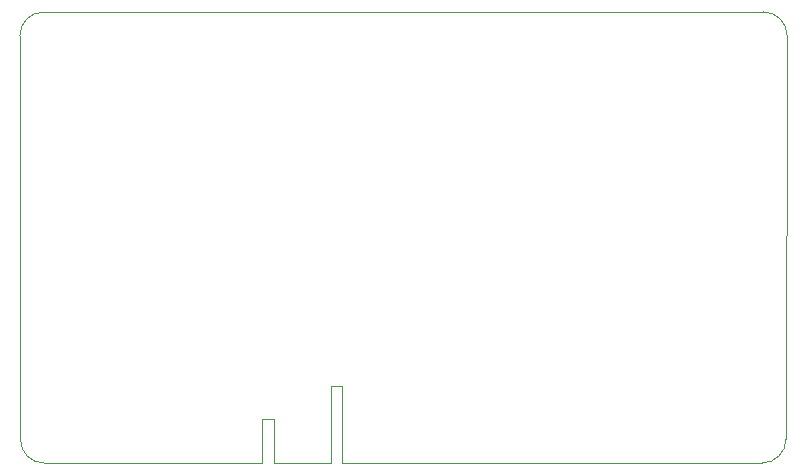
<source format=gbr>
%TF.GenerationSoftware,KiCad,Pcbnew,7.0.2*%
%TF.CreationDate,2024-10-19T10:13:07+03:00*%
%TF.ProjectId,gps_tracer,6770735f-7472-4616-9365-722e6b696361,rev?*%
%TF.SameCoordinates,Original*%
%TF.FileFunction,Profile,NP*%
%FSLAX46Y46*%
G04 Gerber Fmt 4.6, Leading zero omitted, Abs format (unit mm)*
G04 Created by KiCad (PCBNEW 7.0.2) date 2024-10-19 10:13:07*
%MOMM*%
%LPD*%
G01*
G04 APERTURE LIST*
%TA.AperFunction,Profile*%
%ADD10C,0.100000*%
%TD*%
G04 APERTURE END LIST*
D10*
X113200000Y-39000000D02*
X113110000Y-73180000D01*
X74550000Y-75170000D02*
X69740000Y-75170000D01*
X69740000Y-75170000D02*
X69750000Y-71470000D01*
X50240000Y-37010000D02*
G75*
G03*
X48240000Y-39010000I0J-2000000D01*
G01*
X48289975Y-73200000D02*
X48240000Y-39010000D01*
X68750000Y-75150000D02*
X53150000Y-75190000D01*
X111100000Y-75190000D02*
G75*
G03*
X113110000Y-73180000I0J2010000D01*
G01*
X74550000Y-68700000D02*
X74550000Y-75170000D01*
X69750000Y-71470000D02*
X68750000Y-71470000D01*
X68750000Y-71470000D02*
X68750000Y-75150000D01*
X50240000Y-37010000D02*
X111200000Y-37000000D01*
X113200000Y-39000000D02*
G75*
G03*
X111200000Y-37000000I-2000000J0D01*
G01*
X75550000Y-68700000D02*
X74550000Y-68700000D01*
X111100000Y-75190000D02*
X75550000Y-75200000D01*
X75550000Y-75200000D02*
X75550000Y-68700000D01*
X53150000Y-75190000D02*
X50290000Y-75190000D01*
X48289975Y-73200000D02*
G75*
G03*
X50290000Y-75190000I1990025J0D01*
G01*
M02*

</source>
